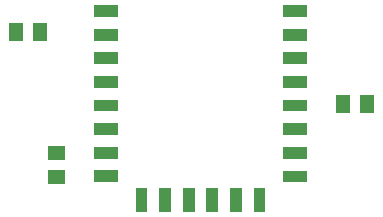
<source format=gtp>
G04 Layer: TopPasteMaskLayer*
G04 EasyEDA v6.4.19.4, 2021-06-14T19:23:21+03:00*
G04 c287602e535a46618d334795f056a235,b3268d441ec746f5bebdd9f8aa6dfed9,10*
G04 Gerber Generator version 0.2*
G04 Scale: 100 percent, Rotated: No, Reflected: No *
G04 Dimensions in millimeters *
G04 leading zeros omitted , absolute positions ,4 integer and 5 decimal *
%FSLAX45Y45*%
%MOMM*%

%ADD10C,0.0001*%

%LPD*%
G36*
X2998724Y-788162D02*
G01*
X3198875Y-788162D01*
X3198875Y-888237D01*
X2998724Y-888237D01*
G37*
G36*
X2998724Y-988313D02*
G01*
X3198875Y-988313D01*
X3198875Y-1088136D01*
X2998724Y-1088136D01*
G37*
G36*
X2998724Y-1188212D02*
G01*
X3198875Y-1188212D01*
X3198875Y-1288034D01*
X2998724Y-1288034D01*
G37*
G36*
X2998724Y-1388110D02*
G01*
X3198875Y-1388110D01*
X3198875Y-1488186D01*
X2998724Y-1488186D01*
G37*
G36*
X2998724Y-1588262D02*
G01*
X3198875Y-1588262D01*
X3198875Y-1688337D01*
X2998724Y-1688337D01*
G37*
G36*
X2998724Y-1788160D02*
G01*
X3198875Y-1788160D01*
X3198875Y-1888236D01*
X2998724Y-1888236D01*
G37*
G36*
X2998724Y-1988057D02*
G01*
X3198875Y-1988057D01*
X3198875Y-2088134D01*
X2998724Y-2088134D01*
G37*
G36*
X2998977Y-2188210D02*
G01*
X3198875Y-2188210D01*
X3198875Y-2288286D01*
X2998977Y-2288286D01*
G37*
G36*
X3348990Y-2538221D02*
G01*
X3348990Y-2338323D01*
X3449065Y-2338323D01*
X3449065Y-2538221D01*
G37*
G36*
X3548888Y-2538221D02*
G01*
X3548888Y-2338070D01*
X3648709Y-2338070D01*
X3648709Y-2538221D01*
G37*
G36*
X3748531Y-2538221D02*
G01*
X3748531Y-2338323D01*
X3848608Y-2338323D01*
X3848608Y-2538221D01*
G37*
G36*
X3948684Y-2538221D02*
G01*
X3948684Y-2338323D01*
X4048759Y-2338323D01*
X4048759Y-2538221D01*
G37*
G36*
X4148581Y-2538221D02*
G01*
X4148581Y-2338323D01*
X4248658Y-2338323D01*
X4248658Y-2538221D01*
G37*
G36*
X4348734Y-2538221D02*
G01*
X4348734Y-2338323D01*
X4448556Y-2338323D01*
X4448556Y-2538221D01*
G37*
G36*
X4798822Y-2288794D02*
G01*
X4598924Y-2288794D01*
X4598924Y-2188718D01*
X4798822Y-2188718D01*
G37*
G36*
X4799075Y-2088387D02*
G01*
X4598924Y-2088387D01*
X4598924Y-1988312D01*
X4799075Y-1988312D01*
G37*
G36*
X4799075Y-1888489D02*
G01*
X4599177Y-1888489D01*
X4599177Y-1788668D01*
X4799075Y-1788668D01*
G37*
G36*
X4799075Y-1688592D02*
G01*
X4598924Y-1688592D01*
X4598924Y-1588515D01*
X4799075Y-1588515D01*
G37*
G36*
X4799075Y-1488439D02*
G01*
X4598924Y-1488439D01*
X4598924Y-1388363D01*
X4799075Y-1388363D01*
G37*
G36*
X4799075Y-1288542D02*
G01*
X4598924Y-1288542D01*
X4598924Y-1188465D01*
X4799075Y-1188465D01*
G37*
G36*
X4799075Y-1088389D02*
G01*
X4598924Y-1088389D01*
X4598924Y-988568D01*
X4799075Y-988568D01*
G37*
G36*
X4799075Y-888492D02*
G01*
X4598924Y-888492D01*
X4598924Y-788415D01*
X4799075Y-788415D01*
G37*
G36*
X5366511Y-1699005D02*
G01*
X5250688Y-1699005D01*
X5250688Y-1552194D01*
X5366511Y-1552194D01*
G37*
G36*
X5163311Y-1699005D02*
G01*
X5047488Y-1699005D01*
X5047488Y-1552194D01*
X5163311Y-1552194D01*
G37*
G36*
X2278887Y-942594D02*
G01*
X2394712Y-942594D01*
X2394712Y-1089405D01*
X2278887Y-1089405D01*
G37*
G36*
X2482088Y-942594D02*
G01*
X2597911Y-942594D01*
X2597911Y-1089405D01*
X2482088Y-1089405D01*
G37*
G36*
X2751074Y-1985010D02*
G01*
X2751074Y-2100834D01*
X2604261Y-2100834D01*
X2604261Y-1985010D01*
G37*
G36*
X2751074Y-2188210D02*
G01*
X2751074Y-2304034D01*
X2604261Y-2304034D01*
X2604261Y-2188210D01*
G37*
M02*

</source>
